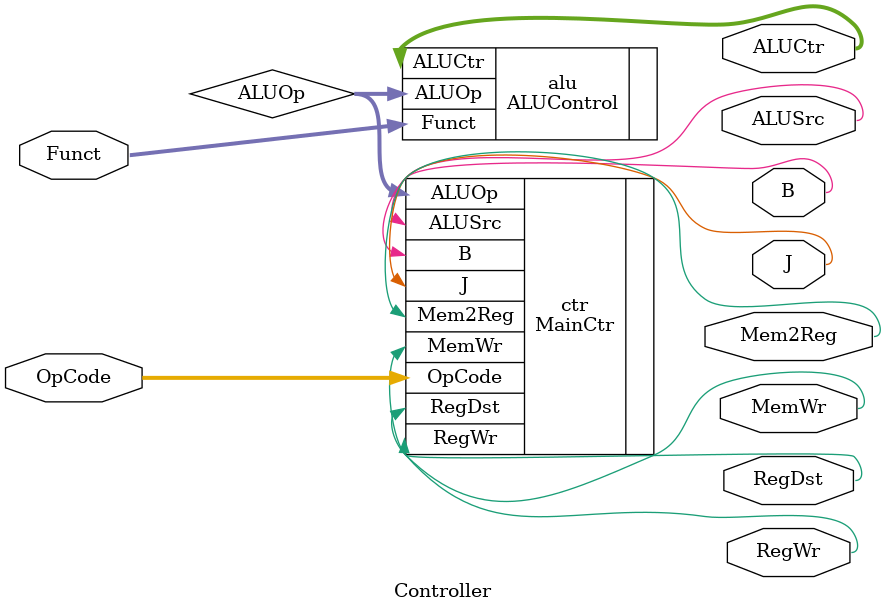
<source format=v>
module Controller(input[5:0] OpCode,
                input[5:0] Funct,
                output J,
                output B,
                output RegDst,
                output RegWr,
                output ALUSrc,
                output MemWr,
                output Mem2Reg,
                output [3:0]ALUCtr);
    // J: the instruction is a jump instruction
    // B: the instruction is a branch instruction
    // RegDst: address {1: Instr[5:11]($Rd); 0: Instr[16:20]($Rt)} is written
    // RegWr: 1 then a register is written
    // ALUSrc: the second oprand of ALU is {1: signed extend of Instr[15:0](Imm); 0: Rt}
    // MemWr: 1 then memory is written
    // Mem2Reg: {1: memory; 0: ALU result} is written to the register file
    // ALUCtr: the control signal of ALU
    
    wire [1:0] ALUOp;
    MainCtr ctr(.OpCode(OpCode), .J(J), .B(B), .RegDst(RegDst), .RegWr(RegWr), .ALUSrc(ALUSrc), .MemWr(MemWr), .Mem2Reg(Mem2Reg), .ALUOp(ALUOp));
    ALUControl alu(.ALUOp(ALUOp), .Funct(Funct), .ALUCtr(ALUCtr));
endmodule
</source>
